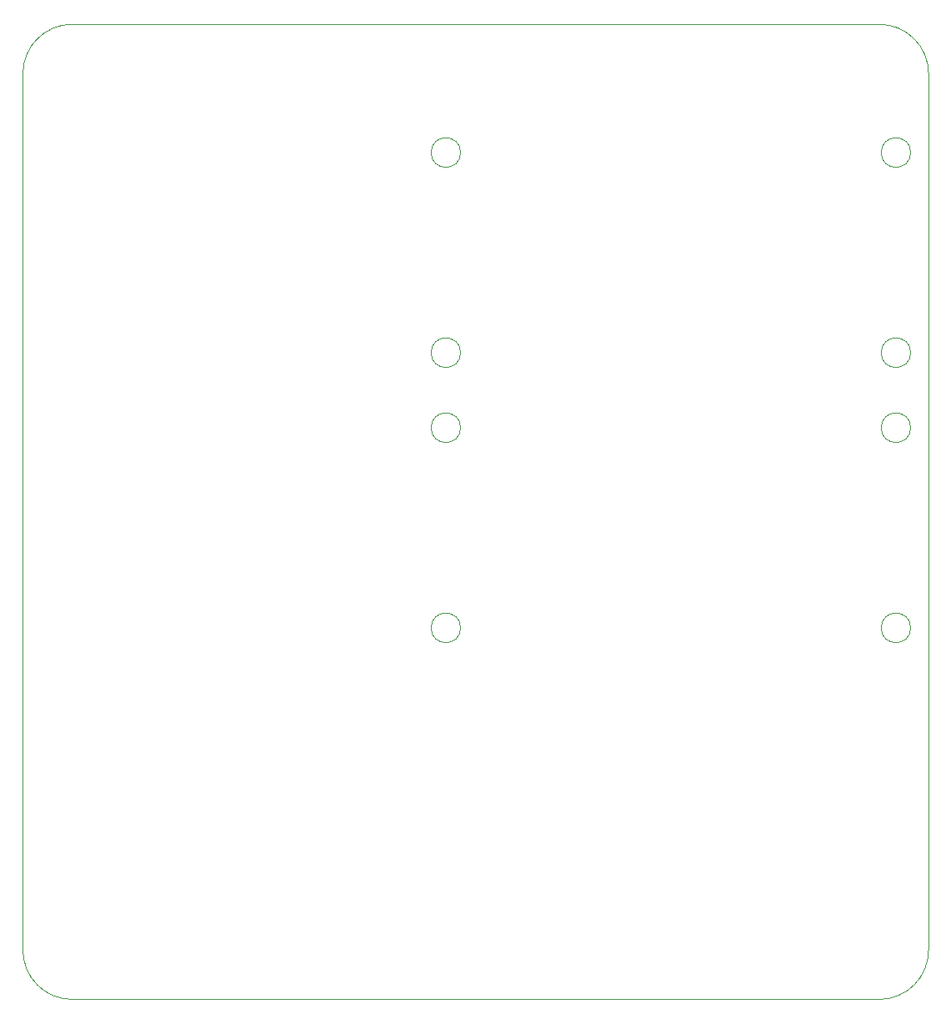
<source format=gbr>
G04 #@! TF.GenerationSoftware,KiCad,Pcbnew,(5.1.7)-1*
G04 #@! TF.CreationDate,2021-01-05T13:25:27+01:00*
G04 #@! TF.ProjectId,AbsauganlageV3,41627361-7567-4616-9e6c-61676556332e,rev?*
G04 #@! TF.SameCoordinates,Original*
G04 #@! TF.FileFunction,Profile,NP*
%FSLAX46Y46*%
G04 Gerber Fmt 4.6, Leading zero omitted, Abs format (unit mm)*
G04 Created by KiCad (PCBNEW (5.1.7)-1) date 2021-01-05 13:25:27*
%MOMM*%
%LPD*%
G01*
G04 APERTURE LIST*
G04 #@! TA.AperFunction,Profile*
%ADD10C,0.050000*%
G04 #@! TD*
G04 #@! TA.AperFunction,Profile*
%ADD11C,0.120000*%
G04 #@! TD*
G04 APERTURE END LIST*
D10*
X185000000Y-114000000D02*
X185000000Y-25000000D01*
X272000000Y-119000000D02*
X190000000Y-119000000D01*
X277000000Y-25000000D02*
X277000000Y-114000000D01*
X190000000Y-20000000D02*
X272000000Y-20000000D01*
X185000000Y-25000000D02*
G75*
G02*
X190000000Y-20000000I5000000J0D01*
G01*
X272000000Y-20000000D02*
G75*
G02*
X277000000Y-25000000I0J-5000000D01*
G01*
X277000000Y-114000000D02*
G75*
G02*
X272000000Y-119000000I-5000000J0D01*
G01*
X190000000Y-119000000D02*
G75*
G02*
X185000000Y-114000000I0J5000000D01*
G01*
D11*
X229465000Y-81280000D02*
G75*
G03*
X229465000Y-81280000I-1500000J0D01*
G01*
X229465000Y-60960000D02*
G75*
G03*
X229465000Y-60960000I-1500000J0D01*
G01*
X275185000Y-81280000D02*
G75*
G03*
X275185000Y-81280000I-1500000J0D01*
G01*
X275185000Y-60960000D02*
G75*
G03*
X275185000Y-60960000I-1500000J0D01*
G01*
X275185000Y-53340000D02*
G75*
G03*
X275185000Y-53340000I-1500000J0D01*
G01*
X229465000Y-53340000D02*
G75*
G03*
X229465000Y-53340000I-1500000J0D01*
G01*
X229465000Y-33020000D02*
G75*
G03*
X229465000Y-33020000I-1500000J0D01*
G01*
X275185000Y-33020000D02*
G75*
G03*
X275185000Y-33020000I-1500000J0D01*
G01*
M02*

</source>
